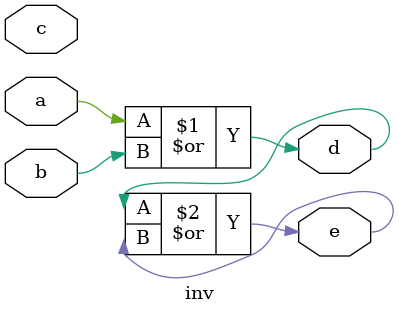
<source format=v>
`timescale 1ns / 1ps

module inv(a, b, c, d, e);
input a, b, c;
output d, e;

assign d = a|b;
assign e = d|e;

endmodule

</source>
